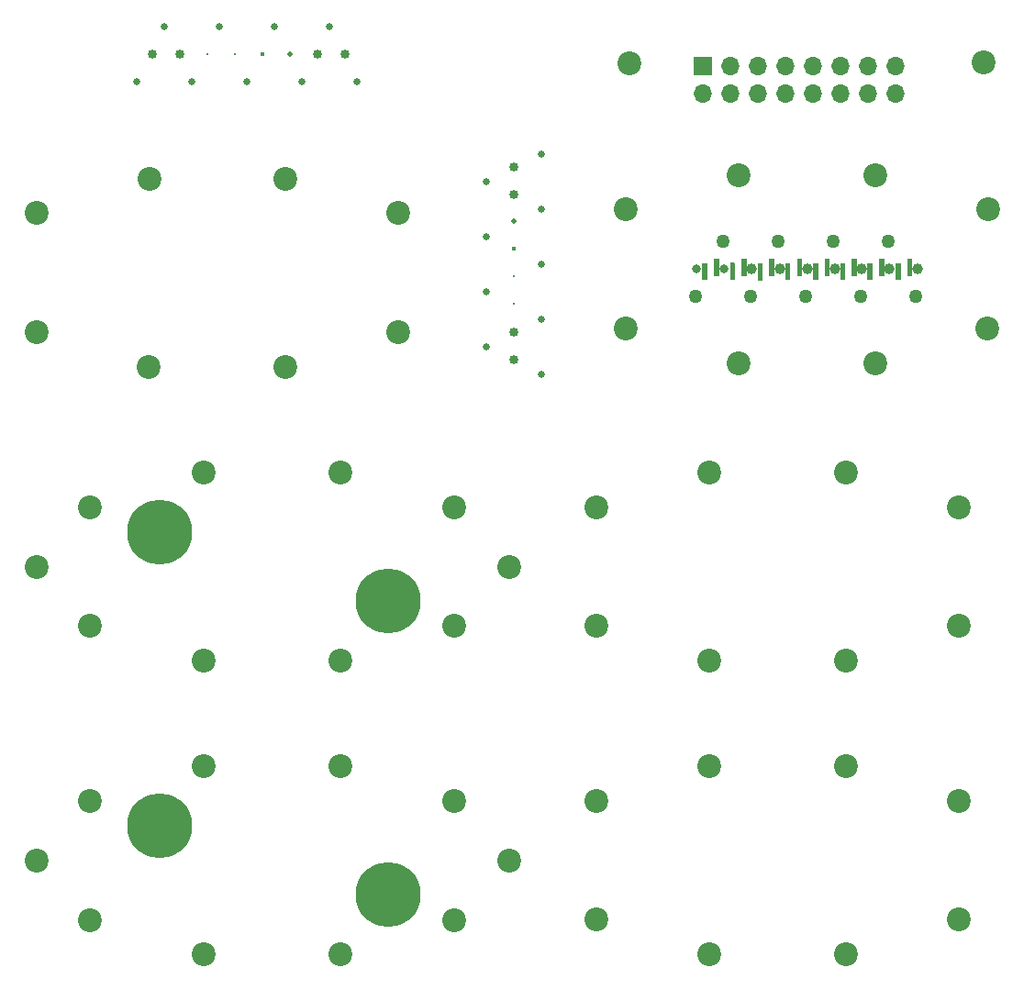
<source format=gbs>
%MOIN*%
%OFA0B0*%
%FSLAX46Y46*%
%IPPOS*%
%LPD*%
%ADD10C,0.0039370078740157488*%
%ADD11C,0.031496062992125991*%
%ADD12O,0.066929133858267723X0.066929133858267723*%
%ADD13R,0.066929133858267723X0.066929133858267723*%
%ADD14C,0.086614173228346469*%
%ADD15C,0.05*%
%ADD16R,0.015748031496062995X0.059055118110236227*%
%ADD17C,0.03937007874015748*%
%ADD28C,0.086614173228346469*%
%ADD29C,0.025*%
%ADD30C,0.01968503937007874*%
%ADD31C,0.015748031496062995*%
%ADD32C,0.011811023622047244*%
%ADD33C,0.00984251968503937*%
%ADD34C,0.033464566929133861*%
%ADD35C,0.086614173228346469*%
%ADD36C,0.23622047244094491*%
%ADD37C,0.025*%
%ADD38C,0.01968503937007874*%
%ADD39C,0.015748031496062995*%
%ADD40C,0.011811023622047244*%
%ADD41C,0.00984251968503937*%
%ADD42C,0.033464566929133861*%
%ADD43C,0.086614173228346469*%
%ADD44C,0.23622047244094491*%
%ADD45C,0.086614173228346469*%
%ADD46C,0.086614173228346469*%
G01*
D10*
G36*
X0003283200Y0002677196D02*
G01*
X0003298948Y0002677196D01*
X0003298948Y0002618141D01*
X0003283200Y0002618141D01*
X0003283200Y0002677196D01*
G37*
X0003283200Y0002677196D02*
X0003298948Y0002677196D01*
X0003298948Y0002618141D01*
X0003283200Y0002618141D01*
X0003283200Y0002677196D01*
G36*
X0003240681Y0002661448D02*
G01*
X0003256429Y0002661448D01*
X0003256429Y0002602393D01*
X0003240681Y0002602393D01*
X0003240681Y0002661448D01*
G37*
X0003240681Y0002661448D02*
X0003256429Y0002661448D01*
X0003256429Y0002602393D01*
X0003240681Y0002602393D01*
X0003240681Y0002661448D01*
G36*
X0003181700Y0002677196D02*
G01*
X0003197448Y0002677196D01*
X0003197448Y0002618141D01*
X0003181700Y0002618141D01*
X0003181700Y0002677196D01*
G37*
X0003181700Y0002677196D02*
X0003197448Y0002677196D01*
X0003197448Y0002618141D01*
X0003181700Y0002618141D01*
X0003181700Y0002677196D01*
G36*
X0003139181Y0002661448D02*
G01*
X0003154929Y0002661448D01*
X0003154929Y0002602393D01*
X0003139181Y0002602393D01*
X0003139181Y0002661448D01*
G37*
X0003139181Y0002661448D02*
X0003154929Y0002661448D01*
X0003154929Y0002602393D01*
X0003139181Y0002602393D01*
X0003139181Y0002661448D01*
G36*
X0003082200Y0002677196D02*
G01*
X0003097948Y0002677196D01*
X0003097948Y0002618141D01*
X0003082200Y0002618141D01*
X0003082200Y0002677196D01*
G37*
X0003082200Y0002677196D02*
X0003097948Y0002677196D01*
X0003097948Y0002618141D01*
X0003082200Y0002618141D01*
X0003082200Y0002677196D01*
G36*
X0003039681Y0002661448D02*
G01*
X0003055429Y0002661448D01*
X0003055429Y0002602393D01*
X0003039681Y0002602393D01*
X0003039681Y0002661448D01*
G37*
X0003039681Y0002661448D02*
X0003055429Y0002661448D01*
X0003055429Y0002602393D01*
X0003039681Y0002602393D01*
X0003039681Y0002661448D01*
G36*
X0002581700Y0002677196D02*
G01*
X0002597448Y0002677196D01*
X0002597448Y0002618141D01*
X0002581700Y0002618141D01*
X0002581700Y0002677196D01*
G37*
X0002581700Y0002677196D02*
X0002597448Y0002677196D01*
X0002597448Y0002618141D01*
X0002581700Y0002618141D01*
X0002581700Y0002677196D01*
G36*
X0002539181Y0002661448D02*
G01*
X0002554929Y0002661448D01*
X0002554929Y0002602393D01*
X0002539181Y0002602393D01*
X0002539181Y0002661448D01*
G37*
X0002539181Y0002661448D02*
X0002554929Y0002661448D01*
X0002554929Y0002602393D01*
X0002539181Y0002602393D01*
X0002539181Y0002661448D01*
G36*
X0002983200Y0002677196D02*
G01*
X0002998948Y0002677196D01*
X0002998948Y0002618141D01*
X0002983200Y0002618141D01*
X0002983200Y0002677196D01*
G37*
X0002983200Y0002677196D02*
X0002998948Y0002677196D01*
X0002998948Y0002618141D01*
X0002983200Y0002618141D01*
X0002983200Y0002677196D01*
G36*
X0002940681Y0002661448D02*
G01*
X0002956429Y0002661448D01*
X0002956429Y0002602393D01*
X0002940681Y0002602393D01*
X0002940681Y0002661448D01*
G37*
X0002940681Y0002661448D02*
X0002956429Y0002661448D01*
X0002956429Y0002602393D01*
X0002940681Y0002602393D01*
X0002940681Y0002661448D01*
G36*
X0002882700Y0002677196D02*
G01*
X0002898448Y0002677196D01*
X0002898448Y0002618141D01*
X0002882700Y0002618141D01*
X0002882700Y0002677196D01*
G37*
X0002882700Y0002677196D02*
X0002898448Y0002677196D01*
X0002898448Y0002618141D01*
X0002882700Y0002618141D01*
X0002882700Y0002677196D01*
G36*
X0002840181Y0002661448D02*
G01*
X0002855929Y0002661448D01*
X0002855929Y0002602393D01*
X0002840181Y0002602393D01*
X0002840181Y0002661448D01*
G37*
X0002840181Y0002661448D02*
X0002855929Y0002661448D01*
X0002855929Y0002602393D01*
X0002840181Y0002602393D01*
X0002840181Y0002661448D01*
G36*
X0002782200Y0002676696D02*
G01*
X0002797948Y0002676696D01*
X0002797948Y0002617641D01*
X0002782200Y0002617641D01*
X0002782200Y0002676696D01*
G37*
X0002782200Y0002676696D02*
X0002797948Y0002676696D01*
X0002797948Y0002617641D01*
X0002782200Y0002617641D01*
X0002782200Y0002676696D01*
G36*
X0002739681Y0002660948D02*
G01*
X0002755429Y0002660948D01*
X0002755429Y0002601893D01*
X0002739681Y0002601893D01*
X0002739681Y0002660948D01*
G37*
X0002739681Y0002660948D02*
X0002755429Y0002660948D01*
X0002755429Y0002601893D01*
X0002739681Y0002601893D01*
X0002739681Y0002660948D01*
G36*
X0002682200Y0002677696D02*
G01*
X0002697948Y0002677696D01*
X0002697948Y0002618641D01*
X0002682200Y0002618641D01*
X0002682200Y0002677696D01*
G37*
X0002682200Y0002677696D02*
X0002697948Y0002677696D01*
X0002697948Y0002618641D01*
X0002682200Y0002618641D01*
X0002682200Y0002677696D01*
G36*
X0002639681Y0002661948D02*
G01*
X0002655429Y0002661948D01*
X0002655429Y0002602893D01*
X0002639681Y0002602893D01*
X0002639681Y0002661948D01*
G37*
X0002639681Y0002661948D02*
X0002655429Y0002661948D01*
X0002655429Y0002602893D01*
X0002639681Y0002602893D01*
X0002639681Y0002661948D01*
D11*
X0002518314Y0002639795D03*
D12*
X0003240314Y0003277795D03*
X0003240314Y0003377795D03*
X0003140314Y0003277795D03*
X0003140314Y0003377795D03*
X0003040314Y0003277795D03*
X0003040314Y0003377795D03*
X0002940314Y0003277795D03*
X0002940314Y0003377795D03*
X0002840314Y0003277795D03*
X0002840314Y0003377795D03*
X0002740314Y0003277795D03*
X0002740314Y0003377795D03*
X0002640314Y0003277795D03*
X0002640314Y0003377795D03*
X0002540314Y0003277795D03*
D13*
X0002540314Y0003377795D03*
D14*
X0003560314Y0003390795D03*
X0002273314Y0003388795D03*
D15*
X0002813314Y0002739795D03*
X0003213814Y0002739795D03*
X0003313314Y0002540795D03*
X0003113314Y0002539795D03*
X0002913314Y0002539795D03*
X0002713314Y0002539795D03*
X0002613314Y0002739795D03*
X0003013314Y0002739795D03*
D14*
X0003166814Y0002982295D03*
X0003166814Y0002297295D03*
X0002670814Y0002982295D03*
X0003576314Y0002856295D03*
X0003575814Y0002423295D03*
X0002261314Y0002423295D03*
D16*
X0003248555Y0002631921D03*
X0003291074Y0002647669D03*
D14*
X0002670314Y0002297295D03*
D16*
X0003147055Y0002631921D03*
X0003189574Y0002647669D03*
D14*
X0002261314Y0002856295D03*
D16*
X0003047555Y0002631921D03*
X0003090074Y0002647669D03*
D15*
X0002513314Y0002539795D03*
D16*
X0002547055Y0002631921D03*
X0002589574Y0002647669D03*
D17*
X0003019314Y0002639795D03*
D16*
X0002948555Y0002631921D03*
X0002991074Y0002647669D03*
X0002848055Y0002631921D03*
X0002890574Y0002647669D03*
X0002747555Y0002631421D03*
X0002790074Y0002647169D03*
X0002647555Y0002632421D03*
X0002690074Y0002648169D03*
D17*
X0003118814Y0002639795D03*
X0002819314Y0002639795D03*
D11*
X0002618814Y0002639795D03*
D17*
X0002919814Y0002639795D03*
X0003218814Y0002639795D03*
X0003322314Y0002639795D03*
X0002718814Y0002639795D03*
G04 next file*
G04 #@! TF.GenerationSoftware,KiCad,Pcbnew,(5.1.12)-1*
G04 #@! TF.CreationDate,2022-04-03T11:08:51+08:00*
G04 #@! TF.ProjectId,Nozzle,4e6f7a7a-6c65-42e6-9b69-6361645f7063,Gen3.1b*
G04 #@! TF.SameCoordinates,Original*
G04 #@! TF.FileFunction,Soldermask,Bot*
G04 #@! TF.FilePolarity,Negative*
G04 Gerber Fmt 4.6, Leading zero omitted, Abs format (unit mm)*
G04 Created by KiCad (PCBNEW (5.1.12)-1) date 2022-04-03 11:08:51*
G01*
G04 APERTURE LIST*
G04 APERTURE END LIST*
D28*
X-0002614519Y0004115220D02*
X0003469980Y0000708720D03*
X0003060480Y0000149720D03*
X0002154980Y0000708720D03*
X0002154980Y0000275720D03*
X0002564980Y0000834720D03*
X0003059980Y0000834720D03*
X0003469480Y0000275720D03*
X0002564480Y0000149720D03*
G04 next file*
G04 #@! TF.GenerationSoftware,KiCad,Pcbnew,(5.1.12)-1*
G04 #@! TF.CreationDate,2022-03-29T21:33:58+08:00*
G04 #@! TF.ProjectId,Nozzle,4e6f7a7a-6c65-42e6-9b69-6361645f7063,Gen3.1b*
G04 #@! TF.SameCoordinates,Original*
G04 #@! TF.FileFunction,Soldermask,Bot*
G04 #@! TF.FilePolarity,Negative*
G04 Gerber Fmt 4.6, Leading zero omitted, Abs format (unit mm)*
G04 Created by KiCad (PCBNEW (5.1.12)-1) date 2022-03-29 21:33:58*
G01*
G04 APERTURE LIST*
G04 APERTURE END LIST*
D29*
X-0004527559Y0004724409D02*
X0001284940Y0003320909D03*
X0000684940Y0003320409D03*
X0000884940Y0003320409D03*
X0001084940Y0003320909D03*
X0000484940Y0003320409D03*
X0000584940Y0003520409D03*
X0000784940Y0003520409D03*
X0001184940Y0003520409D03*
X0000984940Y0003520409D03*
D30*
X0001040940Y0003421909D03*
D31*
X0000940940Y0003420909D03*
D32*
X0000840940Y0003420409D03*
D33*
X0000740940Y0003420409D03*
D34*
X0001239940Y0003420909D03*
X0000639940Y0003420409D03*
X0001139940Y0003420409D03*
X0000539940Y0003420409D03*
G04 next file*
G04 #@! TF.GenerationSoftware,KiCad,Pcbnew,(5.1.12)-1*
G04 #@! TF.CreationDate,2022-04-03T11:03:18+08:00*
G04 #@! TF.ProjectId,Nozzle,4e6f7a7a-6c65-42e6-9b69-6361645f7063,Gen3.1b*
G04 #@! TF.SameCoordinates,Original*
G04 #@! TF.FileFunction,Soldermask,Bot*
G04 #@! TF.FilePolarity,Negative*
G04 Gerber Fmt 4.6, Leading zero omitted, Abs format (unit mm)*
G04 Created by KiCad (PCBNEW (5.1.12)-1) date 2022-04-03 11:03:18*
G01*
G04 APERTURE LIST*
G04 APERTURE END LIST*
D35*
X-0004461847Y0005193189D02*
X0001637652Y0000708689D03*
X0001224652Y0000834689D03*
X0000728652Y0000149689D03*
X0000728652Y0000834689D03*
X0000315152Y0000708689D03*
X0001637652Y0000275689D03*
X0001224652Y0000149689D03*
X0000315152Y0000275689D03*
X0000119652Y0000491189D03*
X0001836652Y0000491189D03*
D36*
X0001399152Y0000367189D03*
X0000567152Y0000618189D03*
G04 next file*
G04 #@! TF.GenerationSoftware,KiCad,Pcbnew,(5.1.12)-1*
G04 #@! TF.CreationDate,2022-03-29T21:33:58+08:00*
G04 #@! TF.ProjectId,Nozzle,4e6f7a7a-6c65-42e6-9b69-6361645f7063,Gen3.1b*
G04 #@! TF.SameCoordinates,Original*
G04 #@! TF.FileFunction,Soldermask,Bot*
G04 #@! TF.FilePolarity,Negative*
G04 Gerber Fmt 4.6, Leading zero omitted, Abs format (unit mm)*
G04 Created by KiCad (PCBNEW (5.1.12)-1) date 2022-03-29 21:33:58*
G01*
G04 APERTURE LIST*
G04 APERTURE END LIST*
D37*
X0000551181Y-0002755905D02*
X0001954681Y0003056594D03*
X0001955181Y0002456594D03*
X0001955181Y0002656594D03*
X0001954681Y0002856594D03*
X0001955181Y0002256594D03*
X0001755181Y0002356594D03*
X0001755181Y0002556594D03*
X0001755181Y0002956594D03*
X0001755181Y0002756594D03*
D38*
X0001853681Y0002812594D03*
D39*
X0001854681Y0002712594D03*
D40*
X0001855181Y0002612594D03*
D41*
X0001855181Y0002512594D03*
D42*
X0001854681Y0003011594D03*
X0001855181Y0002411594D03*
X0001855181Y0002911594D03*
X0001855181Y0002311594D03*
G04 next file*
G04 #@! TF.GenerationSoftware,KiCad,Pcbnew,(5.1.12)-1*
G04 #@! TF.CreationDate,2022-04-03T11:03:18+08:00*
G04 #@! TF.ProjectId,Nozzle,4e6f7a7a-6c65-42e6-9b69-6361645f7063,Gen3.1b*
G04 #@! TF.SameCoordinates,Original*
G04 #@! TF.FileFunction,Soldermask,Bot*
G04 #@! TF.FilePolarity,Negative*
G04 Gerber Fmt 4.6, Leading zero omitted, Abs format (unit mm)*
G04 Created by KiCad (PCBNEW (5.1.12)-1) date 2022-04-03 11:03:18*
G01*
G04 APERTURE LIST*
G04 APERTURE END LIST*
D43*
X-0004461847Y0006260119D02*
X0001637652Y0001775619D03*
X0001224652Y0001901619D03*
X0000728652Y0001216619D03*
X0000728652Y0001901619D03*
X0000315152Y0001775619D03*
X0001637652Y0001342619D03*
X0001224652Y0001216619D03*
X0000315152Y0001342619D03*
X0000119652Y0001558119D03*
X0001836652Y0001558119D03*
D44*
X0001399152Y0001434119D03*
X0000567152Y0001685119D03*
G04 next file*
G04 #@! TF.GenerationSoftware,KiCad,Pcbnew,(5.1.12)-1*
G04 #@! TF.CreationDate,2022-04-03T11:08:51+08:00*
G04 #@! TF.ProjectId,Nozzle,4e6f7a7a-6c65-42e6-9b69-6361645f7063,Gen3.1b*
G04 #@! TF.SameCoordinates,Original*
G04 #@! TF.FileFunction,Soldermask,Bot*
G04 #@! TF.FilePolarity,Negative*
G04 Gerber Fmt 4.6, Leading zero omitted, Abs format (unit mm)*
G04 Created by KiCad (PCBNEW (5.1.12)-1) date 2022-04-03 11:08:51*
G01*
G04 APERTURE LIST*
G04 APERTURE END LIST*
D45*
X-0004649984Y0006249080D02*
X0001434515Y0002842580D03*
X0001025015Y0002283580D03*
X0000119515Y0002842580D03*
X0000119515Y0002409580D03*
X0000529515Y0002968580D03*
X0001024515Y0002968580D03*
X0001434015Y0002409580D03*
X0000529015Y0002283580D03*
G04 next file*
G04 #@! TF.GenerationSoftware,KiCad,Pcbnew,(5.1.12)-1*
G04 #@! TF.CreationDate,2022-04-03T11:08:51+08:00*
G04 #@! TF.ProjectId,Nozzle,4e6f7a7a-6c65-42e6-9b69-6361645f7063,Gen3.1b*
G04 #@! TF.SameCoordinates,Original*
G04 #@! TF.FileFunction,Soldermask,Bot*
G04 #@! TF.FilePolarity,Negative*
G04 Gerber Fmt 4.6, Leading zero omitted, Abs format (unit mm)*
G04 Created by KiCad (PCBNEW (5.1.12)-1) date 2022-04-03 11:08:51*
G01*
G04 APERTURE LIST*
G04 APERTURE END LIST*
D46*
X-0002614519Y0005182150D02*
X0003469980Y0001775650D03*
X0003060480Y0001216650D03*
X0002154980Y0001775650D03*
X0002154980Y0001342650D03*
X0002564980Y0001901650D03*
X0003059980Y0001901650D03*
X0003469480Y0001342650D03*
X0002564480Y0001216650D03*
M02*
</source>
